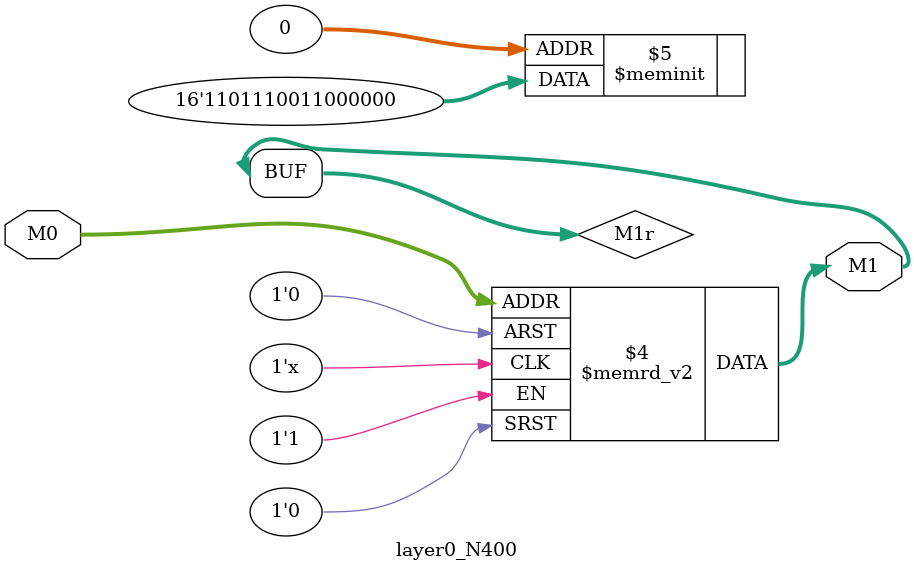
<source format=v>
module layer0_N400 ( input [2:0] M0, output [1:0] M1 );

	(*rom_style = "distributed" *) reg [1:0] M1r;
	assign M1 = M1r;
	always @ (M0) begin
		case (M0)
			3'b000: M1r = 2'b00;
			3'b100: M1r = 2'b00;
			3'b010: M1r = 2'b00;
			3'b110: M1r = 2'b01;
			3'b001: M1r = 2'b00;
			3'b101: M1r = 2'b11;
			3'b011: M1r = 2'b11;
			3'b111: M1r = 2'b11;

		endcase
	end
endmodule

</source>
